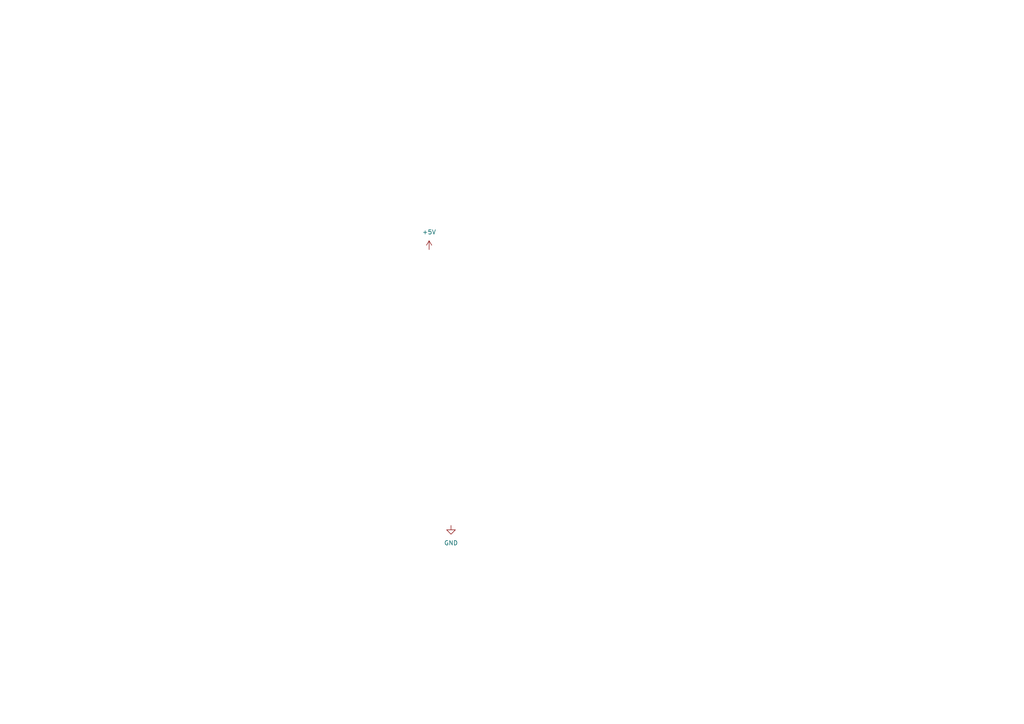
<source format=kicad_sch>
(kicad_sch (version 20211123) (generator eeschema)
  (paper "A4")
  (lib_symbols
    (symbol "power:+5V" (power) (pin_names (offset 0))
      (property "Value" "+5V" (at 0 3.556 0))
      (symbol "+5V_0_1"
        (polyline (pts (xy -0.762 1.27) (xy 0 2.54)))
        (polyline (pts (xy 0 0) (xy 0 2.54)))
        (polyline (pts (xy 0 2.54) (xy 0.762 1.27)))
      )
      (symbol "+5V_1_1"
        (pin power_in line (at 0 0 90) (length 0) hide (name "+5V") (number "1"))
      )
    )
    (symbol "power:GND" (power) (pin_names (offset 0))
      (property "Value" "GND" (at 0 -3.81 0))
      (symbol "GND_0_1"
        (polyline (pts (xy 0 0) (xy 0 -1.27) (xy 1.27 -1.27) (xy 0 -2.54) (xy -1.27 -1.27) (xy 0 -1.27)))
      )
      (symbol "GND_1_1"
        (pin power_in line (at 0 0 270) (length 0) hide (name "GND") (number "1"))
      )
    )
  )
  (symbol (lib_id "power:GND") (at 130.81 152.4 0) (unit 1)
    (property "Reference" "#PWR?" (effects hide))
    (property "Value" "GND" (at 130.81 157.48 0))
  )
  (symbol (lib_id "power:+5V") (at 124.46 72.39 0) (unit 1)
    (property "Reference" "#PWR?" (effects hide))
    (property "Value" "+5V" (at 124.46 67.31 0))
  )
)
</source>
